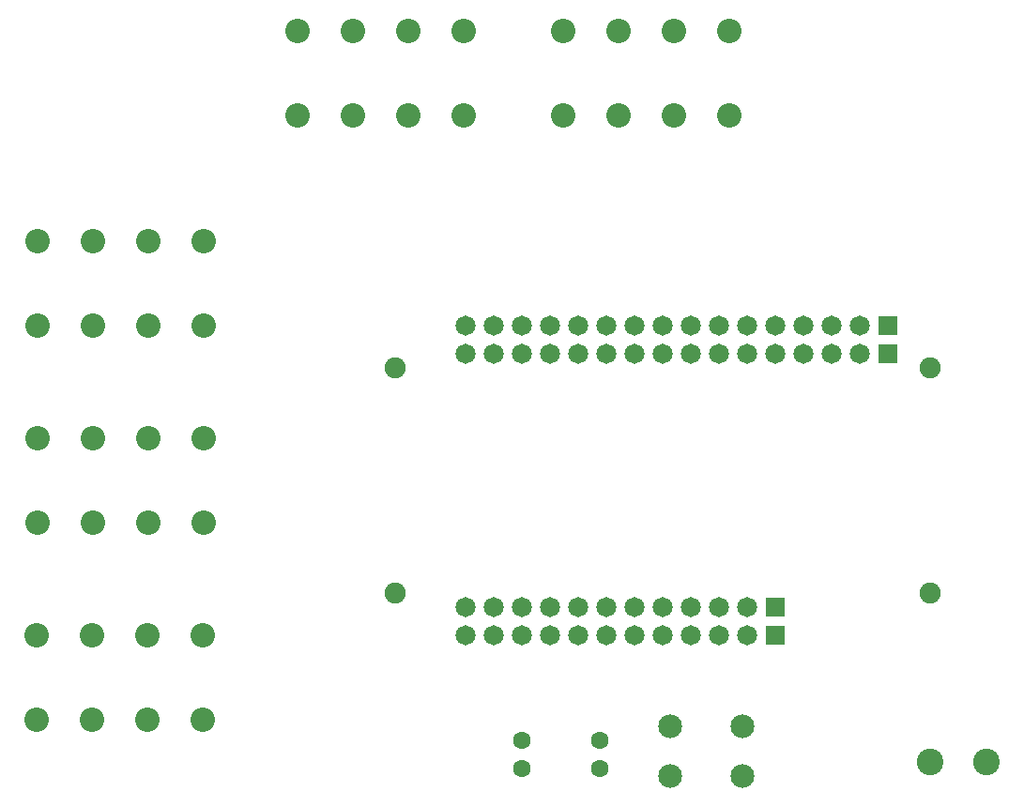
<source format=gts>
G04*
G04 #@! TF.GenerationSoftware,Altium Limited,Altium Designer,20.0.11 (256)*
G04*
G04 Layer_Color=8388736*
%FSLAX44Y44*%
%MOMM*%
G71*
G01*
G75*
%ADD12C,2.2032*%
%ADD13C,2.1432*%
%ADD14C,2.4032*%
%ADD15C,1.6032*%
%ADD16C,1.8132*%
%ADD17R,1.8132X1.8132*%
%ADD18C,1.9032*%
D12*
X1090310Y1220440D02*
D03*
X1040310D02*
D03*
X990310D02*
D03*
X940310D02*
D03*
X1090310Y1144240D02*
D03*
X1040310D02*
D03*
X990310D02*
D03*
X940310D02*
D03*
X941110Y1322040D02*
D03*
X991110D02*
D03*
X1041110D02*
D03*
X1091110D02*
D03*
X941110Y1398240D02*
D03*
X991110D02*
D03*
X1041110D02*
D03*
X1091110D02*
D03*
Y1576040D02*
D03*
X1041110D02*
D03*
X991110D02*
D03*
X941110D02*
D03*
X1091110Y1499840D02*
D03*
X1041110D02*
D03*
X991110D02*
D03*
X941110D02*
D03*
X1565580Y1765300D02*
D03*
X1515580D02*
D03*
X1465580D02*
D03*
X1415580D02*
D03*
X1565580Y1689100D02*
D03*
X1515580D02*
D03*
X1465580D02*
D03*
X1415580D02*
D03*
X1175880D02*
D03*
X1225880D02*
D03*
X1275880D02*
D03*
X1325880D02*
D03*
X1175880Y1765300D02*
D03*
X1225880D02*
D03*
X1275880D02*
D03*
X1325880D02*
D03*
D13*
X1576810Y1093440D02*
D03*
X1511810D02*
D03*
X1576810Y1138440D02*
D03*
X1511810D02*
D03*
D14*
X1746760Y1106140D02*
D03*
X1796760D02*
D03*
D15*
X1378460Y1099790D02*
D03*
Y1125190D02*
D03*
X1448310Y1099790D02*
D03*
Y1125190D02*
D03*
D16*
X1429260Y1474440D02*
D03*
X1454660D02*
D03*
X1480060D02*
D03*
X1505460D02*
D03*
X1530860D02*
D03*
X1683260D02*
D03*
X1657860D02*
D03*
X1632460D02*
D03*
X1607060D02*
D03*
X1581660D02*
D03*
X1556260D02*
D03*
X1403860D02*
D03*
X1378460D02*
D03*
X1353060D02*
D03*
X1327660D02*
D03*
Y1245840D02*
D03*
X1353060D02*
D03*
X1378460D02*
D03*
X1403860D02*
D03*
X1429260D02*
D03*
X1581660D02*
D03*
X1556260D02*
D03*
X1530860D02*
D03*
X1505460D02*
D03*
X1480060D02*
D03*
X1454660D02*
D03*
X1429260Y1499840D02*
D03*
X1454660D02*
D03*
X1480060D02*
D03*
X1505460D02*
D03*
X1530860D02*
D03*
X1683260D02*
D03*
X1657860D02*
D03*
X1632460D02*
D03*
X1607060D02*
D03*
X1581660D02*
D03*
X1556260D02*
D03*
X1403860D02*
D03*
X1378460D02*
D03*
X1353060D02*
D03*
X1327660D02*
D03*
Y1220440D02*
D03*
X1353060D02*
D03*
X1378460D02*
D03*
X1403860D02*
D03*
X1429260D02*
D03*
X1581660D02*
D03*
X1556260D02*
D03*
X1530860D02*
D03*
X1505460D02*
D03*
X1480060D02*
D03*
X1454660D02*
D03*
D17*
X1708660Y1474440D02*
D03*
X1607060Y1245840D02*
D03*
X1708660Y1499840D02*
D03*
X1607060Y1220440D02*
D03*
D18*
X1746760Y1461740D02*
D03*
Y1258540D02*
D03*
X1264160Y1461740D02*
D03*
Y1258540D02*
D03*
M02*

</source>
